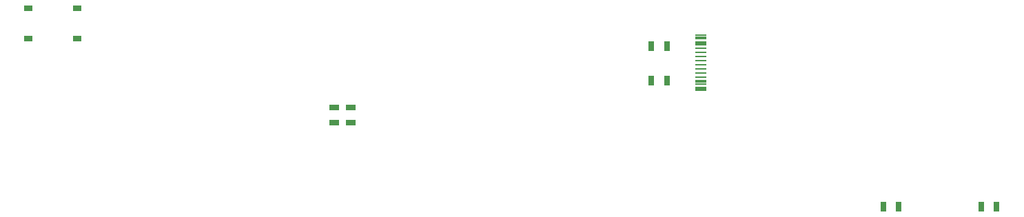
<source format=gbr>
%TF.GenerationSoftware,KiCad,Pcbnew,8.0.2*%
%TF.CreationDate,2024-05-05T23:04:00-07:00*%
%TF.ProjectId,g84_dropin,6738345f-6472-46f7-9069-6e2e6b696361,rev?*%
%TF.SameCoordinates,Original*%
%TF.FileFunction,Paste,Top*%
%TF.FilePolarity,Positive*%
%FSLAX46Y46*%
G04 Gerber Fmt 4.6, Leading zero omitted, Abs format (unit mm)*
G04 Created by KiCad (PCBNEW 8.0.2) date 2024-05-05 23:04:00*
%MOMM*%
%LPD*%
G01*
G04 APERTURE LIST*
%ADD10R,1.450000X0.250000*%
%ADD11R,1.450000X0.300000*%
%ADD12R,0.700000X1.300000*%
%ADD13R,1.300000X0.700000*%
%ADD14R,1.000000X0.750000*%
G04 APERTURE END LIST*
D10*
%TO.C,J6*%
X239360000Y-77455000D03*
X239360000Y-76655000D03*
X239360000Y-75330000D03*
X239360000Y-74330000D03*
X239360000Y-73830000D03*
X239360000Y-72830000D03*
X239360000Y-71505000D03*
X239360000Y-70705000D03*
D11*
X239360000Y-70980000D03*
X239360000Y-71780000D03*
D10*
X239360000Y-72330000D03*
X239360000Y-73330000D03*
X239360000Y-74830000D03*
X239360000Y-75830000D03*
D11*
X239360000Y-76380000D03*
X239360000Y-77180000D03*
%TD*%
D12*
%TO.C,R4*%
X233300000Y-72000000D03*
X235200000Y-72000000D03*
%TD*%
%TO.C,R3*%
X233300000Y-76250000D03*
X235200000Y-76250000D03*
%TD*%
%TO.C,LED1*%
X263700000Y-91750000D03*
X261800000Y-91750000D03*
%TD*%
%TO.C,LED2*%
X273800000Y-91750000D03*
X275700000Y-91750000D03*
%TD*%
D13*
%TO.C,R2*%
X194330000Y-79550000D03*
X194330000Y-81450000D03*
%TD*%
D14*
%TO.C,RST1*%
X156750000Y-67375000D03*
X162750000Y-67375000D03*
X156750000Y-71125000D03*
X162750000Y-71125000D03*
%TD*%
D13*
%TO.C,R1*%
X196330000Y-79550000D03*
X196330000Y-81450000D03*
%TD*%
M02*

</source>
